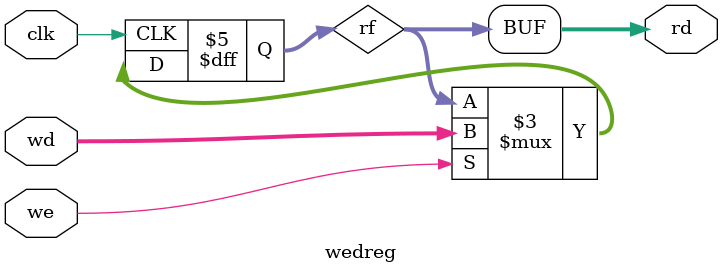
<source format=v>
module wedreg (
        input  wire        clk,
        input  wire        we,
        input  wire [31:0] wd,
        output wire [31:0] rd
    );

    reg [31:0] rf;

    integer n;
    
    initial begin
        rf = 32'h0;
    end
    
    always @ (posedge clk) begin
        if (we) rf <= wd;
    end

    assign rd = rf;

endmodule
</source>
